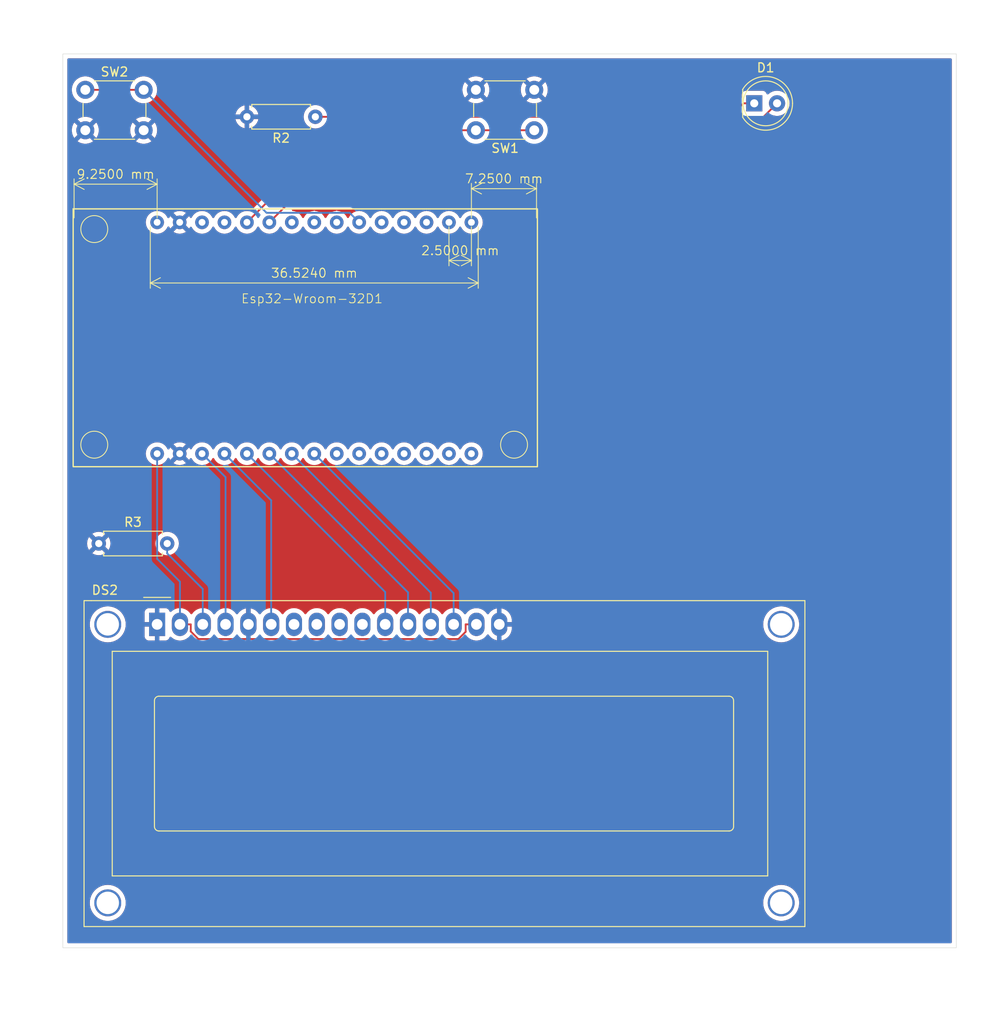
<source format=kicad_pcb>
(kicad_pcb (version 20241229) (generator "pcbnew") (generator_version "9.0")
  (layers (0 "F.Cu" signal) (2 "B.Cu" signal) (13 "F.Paste" user) (15 "B.Paste" user) (5 "F.SilkS" user "F.Silkscreen") (7 "B.SilkS" user "B.Silkscreen") (1 "F.Mask" user) (3 "B.Mask" user) (25 "Edge.Cuts" user))
  (net 0 "")
  (net 1 "Net-(D1-K)")
  (net 2 "Net-(D1-A)")
  (net 3 "Net-(DS2-LED(+))")
  (net 5 "Net-(DS2-D5)")
  (net 6 "Net-(DS2-VO)")
  (net 7 "Net-(DS2-LED(-))")
  (net 8 "Net-(DS2-RS)")
  (net 9 "Net-(DS2-D4)")
  (net 10 "Net-(DS2-D7)")
  (net 11 "Net-(DS2-D6)")
  (net 12 "Net-(DS2-E)")
  (net 23 "Net-(Esp32-Wroom-32D1-D32)")
  (net 34 "Net-(Esp32-Wroom-32D1-D14)")
  (net 36 "Net-(Esp32-Wroom-32D1-GND-Pad1)")
  (footprint "Resistor_THT:R_Axial_DIN0207_L6.3mm_D2.5mm_P7.62mm_Horizontal" (layer "F.Cu") (at 133.5 97.5)
    (property "Reference" "R3" (at 3.81 -2.37 0) (layer "F.SilkS"))
    (property "Value" "R")
    (fp_line (start 0.54 -1.37) (end 7.08 -1.37) (stroke (width 0.12)) (layer "F.SilkS"))
    (fp_line (start 0.54 -1.04) (end 0.54 -1.37) (stroke (width 0.12)) (layer "F.SilkS"))
    (fp_line (start 0.54 1.04) (end 0.54 1.37) (stroke (width 0.12)) (layer "F.SilkS"))
    (fp_line (start 0.54 1.37) (end 7.08 1.37) (stroke (width 0.12)) (layer "F.SilkS"))
    (fp_line (start 7.08 -1.37) (end 7.08 -1.04) (stroke (width 0.12)) (layer "F.SilkS"))
    (fp_line (start 7.08 1.37) (end 7.08 1.04) (stroke (width 0.12)) (layer "F.SilkS"))
    (pad "1" thru_hole circle (at 0 0) (size 1.6 1.6) (drill 0.8) (layers "*.Cu" "*.Mask") (net 7 "Net-(DS2-LED(-))"))
    (pad "2" thru_hole oval (at 7.62 0) (size 1.6 1.6) (drill 0.8) (layers "*.Cu" "*.Mask") (net 6 "Net-(DS2-VO)"))
  )
  (footprint "esp32_footprint:esp32_my_footpring" (layer "F.Cu") (at 157.25 70.75)
    (property "Reference" "Esp32-Wroom-32D1" (at 0 -0.5 0) (layer "F.SilkS") (effects (font (thickness 0.1))))
    (property "Value" "~")
    (fp_rect (start -26.6 -10.5) (end 25.1 18.2) (stroke (width 0.15)) (fill no) (layer "F.SilkS"))
    (fp_circle (center -24.25 -8.25) (end -22.75 -8.25) (stroke (width 0.1)) (fill no) (layer "F.SilkS"))
    (fp_circle (center -24.25 15.75) (end -22.75 15.75) (stroke (width 0.1)) (fill no) (layer "F.SilkS"))
    (fp_circle (center 22.5 15.75) (end 24 15.75) (stroke (width 0.1)) (fill no) (layer "F.SilkS"))
    (dimension (type aligned) (layer "F.SilkS") (pts (xy 175 61.75) (xy 182.25 61.75)) (height -3.75) (format (prefix "") (suffix "") (units 3) (units_format 1) (precision 4)) (style (thickness 0.1) (arrow_length 1.27) (text_position_mode 0) (arrow_direction outward) (extension_height 0.58642) (extension_offset 0.5) (keep_text_aligned yes)) (gr_text "7.2500 mm" (at 178.625 56.9 0) (layer "F.SilkS") (effects (font (size 1 1) (thickness 0.1)))))
    (dimension (type aligned) (layer "F.SilkS") (pts (xy 139.238 61.75) (xy 175.762 61.75)) (height 6.75) (format (prefix "") (suffix "") (units 3) (units_format 1) (precision 4)) (style (thickness 0.1) (arrow_length 1.27) (text_position_mode 0) (arrow_direction outward) (extension_height 0.58642) (extension_offset 0.5) (keep_text_aligned yes)) (gr_text "36.5240 mm" (at 157.5 67.4 0) (layer "F.SilkS") (effects (font (size 1 1) (thickness 0.1)))))
    (dimension (type aligned) (layer "F.SilkS") (pts (xy 172.5 61.75) (xy 175 61.75)) (height 4.25) (format (prefix "") (suffix "") (units 3) (units_format 1) (precision 4)) (style (thickness 0.1) (arrow_length 1.27) (text_position_mode 0) (arrow_direction outward) (extension_height 0.58642) (extension_offset 0.5) (keep_text_aligned yes)) (gr_text "2.5000 mm" (at 173.75 64.9 0) (layer "F.SilkS") (effects (font (size 1 1) (thickness 0.1)))))
    (dimension (type aligned) (layer "F.SilkS") (pts (xy 140 61.75) (xy 130.75 61.75)) (height 4.25) (format (prefix "") (suffix "") (units 3) (units_format 1) (precision 4)) (style (thickness 0.1) (arrow_length 1.27) (text_position_mode 0) (arrow_direction outward) (extension_height 0.58642) (extension_offset 0.5) (keep_text_aligned yes)) (gr_text "9.2500 mm" (at 135.375 56.4 0) (layer "F.SilkS") (effects (font (size 1 1) (thickness 0.1)))))
    (pad "0" thru_hole circle (at -17.25 -9) (size 1.524 1.524) (drill 0.762) (layers "*.Cu" "*.Mask"))
    (pad "1" thru_hole circle (at -14.738 -9) (size 1.524 1.524) (drill 0.762) (layers "*.Cu" "*.Mask") (net 36 "Net-(Esp32-Wroom-32D1-GND-Pad1)"))
    (pad "2" thru_hole circle (at -17.25 16.75) (size 1.524 1.524) (drill 0.762) (layers "*.Cu" "*.Mask") (net 3 "Net-(DS2-LED(+))"))
    (pad "3" thru_hole circle (at 17.75 -9) (size 1.524 1.524) (drill 0.762) (layers "*.Cu" "*.Mask"))
    (pad "4" thru_hole circle (at 15.25 -9) (size 1.524 1.524) (drill 0.762) (layers "*.Cu" "*.Mask"))
    (pad "5" thru_hole circle (at 12.75 -9) (size 1.524 1.524) (drill 0.762) (layers "*.Cu" "*.Mask"))
    (pad "6" thru_hole circle (at 10.25 -9) (size 1.524 1.524) (drill 0.762) (layers "*.Cu" "*.Mask"))
    (pad "7" thru_hole circle (at 7.75 -9) (size 1.524 1.524) (drill 0.762) (layers "*.Cu" "*.Mask"))
    (pad "8" thru_hole circle (at 5.25 -9) (size 1.524 1.524) (drill 0.762) (layers "*.Cu" "*.Mask") (net 23 "Net-(Esp32-Wroom-32D1-D32)"))
    (pad "9" thru_hole circle (at 2.75 -9) (size 1.524 1.524) (drill 0.762) (layers "*.Cu" "*.Mask"))
    (pad "10" thru_hole circle (at 0.25 -9) (size 1.524 1.524) (drill 0.762) (layers "*.Cu" "*.Mask"))
    (pad "11" thru_hole circle (at -2.25 -9) (size 1.524 1.524) (drill 0.762) (layers "*.Cu" "*.Mask"))
    (pad "12" thru_hole circle (at -4.75 -9) (size 1.524 1.524) (drill 0.762) (layers "*.Cu" "*.Mask") (net 2 "Net-(D1-A)"))
    (pad "13" thru_hole circle (at -7.25 -9) (size 1.524 1.524) (drill 0.762) (layers "*.Cu" "*.Mask") (net 34 "Net-(Esp32-Wroom-32D1-D14)"))
    (pad "14" thru_hole circle (at -9.75 -9) (size 1.524 1.524) (drill 0.762) (layers "*.Cu" "*.Mask"))
    (pad "16" thru_hole circle (at -12.25 -9) (size 1.524 1.524) (drill 0.762) (layers "*.Cu" "*.Mask"))
    (pad "23" thru_hole circle (at -12.25 16.75) (size 1.524 1.524) (drill 0.762) (layers "*.Cu" "*.Mask") (net 8 "Net-(DS2-RS)"))
    (pad "24" thru_hole circle (at -9.75 16.75) (size 1.524 1.524) (drill 0.762) (layers "*.Cu" "*.Mask") (net 12 "Net-(DS2-E)"))
    (pad "26" thru_hole circle (at -7.25 16.75) (size 1.524 1.524) (drill 0.762) (layers "*.Cu" "*.Mask") (net 9 "Net-(DS2-D4)"))
    (pad "27" thru_hole circle (at -4.75 16.75) (size 1.524 1.524) (drill 0.762) (layers "*.Cu" "*.Mask") (net 5 "Net-(DS2-D5)"))
    (pad "28" thru_hole circle (at -2.25 16.75) (size 1.524 1.524) (drill 0.762) (layers "*.Cu" "*.Mask") (net 11 "Net-(DS2-D6)"))
    (pad "29" thru_hole circle (at 0.25 16.75) (size 1.524 1.524) (drill 0.762) (layers "*.Cu" "*.Mask") (net 10 "Net-(DS2-D7)"))
    (pad "30" thru_hole circle (at 2.75 16.75) (size 1.524 1.524) (drill 0.762) (layers "*.Cu" "*.Mask"))
    (pad "31" thru_hole circle (at 5.25 16.75) (size 1.524 1.524) (drill 0.762) (layers "*.Cu" "*.Mask"))
    (pad "33" thru_hole circle (at 7.75 16.75) (size 1.524 1.524) (drill 0.762) (layers "*.Cu" "*.Mask"))
    (pad "34" thru_hole circle (at 10.25 16.75) (size 1.524 1.524) (drill 0.762) (layers "*.Cu" "*.Mask"))
    (pad "35" thru_hole circle (at 12.75 16.75) (size 1.524 1.524) (drill 0.762) (layers "*.Cu" "*.Mask"))
    (pad "36" thru_hole circle (at 15.25 16.75) (size 1.524 1.524) (drill 0.762) (layers "*.Cu" "*.Mask"))
    (pad "37" thru_hole circle (at 17.75 16.75) (size 1.524 1.524) (drill 0.762) (layers "*.Cu" "*.Mask"))
    (pad "38" thru_hole circle (at -14.738 16.75) (size 1.524 1.524) (drill 0.762) (layers "*.Cu" "*.Mask") (net 7 "Net-(DS2-LED(-))"))
  )
  (footprint "Resistor_THT:R_Axial_DIN0207_L6.3mm_D2.5mm_P7.62mm_Horizontal" (layer "F.Cu") (at 157.62 50 180)
    (property "Reference" "R2" (at 3.81 -2.37 0) (layer "F.SilkS"))
    (property "Value" "R")
    (fp_line (start 7.08 1.37) (end 7.08 1.04) (stroke (width 0.12)) (layer "F.SilkS"))
    (fp_line (start 7.08 -1.37) (end 7.08 -1.04) (stroke (width 0.12)) (layer "F.SilkS"))
    (fp_line (start 0.54 1.37) (end 7.08 1.37) (stroke (width 0.12)) (layer "F.SilkS"))
    (fp_line (start 0.54 1.04) (end 0.54 1.37) (stroke (width 0.12)) (layer "F.SilkS"))
    (fp_line (start 0.54 -1.04) (end 0.54 -1.37) (stroke (width 0.12)) (layer "F.SilkS"))
    (fp_line (start 0.54 -1.37) (end 7.08 -1.37) (stroke (width 0.12)) (layer "F.SilkS"))
    (pad "1" thru_hole circle (at 0 0 180) (size 1.6 1.6) (drill 0.8) (layers "*.Cu" "*.Mask") (net 1 "Net-(D1-K)"))
    (pad "2" thru_hole oval (at 7.62 0 180) (size 1.6 1.6) (drill 0.8) (layers "*.Cu" "*.Mask") (net 36 "Net-(Esp32-Wroom-32D1-GND-Pad1)"))
  )
  (footprint "Display:WC1602A" (layer "F.Cu") (at 140.0005 106.4993)
    (property "Reference" "DS2" (at -5.82 -3.81 0) (layer "F.SilkS"))
    (property "Value" "WC1602A")
    (fp_line (start -8.14 -2.64) (end -8.14 33.64) (stroke (width 0.12)) (layer "F.SilkS"))
    (fp_line (start -8.14 33.64) (end 72.14 33.64) (stroke (width 0.12)) (layer "F.SilkS"))
    (fp_line (start -8.13 -2.64) (end -7.34 -2.64) (stroke (width 0.12)) (layer "F.SilkS"))
    (fp_line (start -5 3) (end 68 3) (stroke (width 0.12)) (layer "F.SilkS"))
    (fp_line (start -5 28) (end -5 3) (stroke (width 0.12)) (layer "F.SilkS"))
    (fp_line (start -1.5 -3) (end 1.5 -3) (stroke (width 0.12)) (layer "F.SilkS"))
    (fp_line (start -0.29972 22.49932) (end -0.29972 8.5) (stroke (width 0.12)) (layer "F.SilkS"))
    (fp_line (start 0.2 8) (end 63.7 8) (stroke (width 0.12)) (layer "F.SilkS"))
    (fp_line (start 63.70066 23) (end 0.2 23) (stroke (width 0.12)) (layer "F.SilkS"))
    (fp_line (start 64.2 8.5) (end 64.2 22.5) (stroke (width 0.12)) (layer "F.SilkS"))
    (fp_line (start 68 3) (end 68 28) (stroke (width 0.12)) (layer "F.SilkS"))
    (fp_line (start 68 28) (end -5 28) (stroke (width 0.12)) (layer "F.SilkS"))
    (fp_line (start 72.14 -2.64) (end -7.34 -2.64) (stroke (width 0.12)) (layer "F.SilkS"))
    (fp_line (start 72.14 33.64) (end 72.14 -2.64) (stroke (width 0.12)) (layer "F.SilkS"))
    (fp_arc (start -0.29972 8.49884) (mid -0.153162 8.145018) (end 0.20066 7.99846) (stroke (width 0.12)) (layer "F.SilkS"))
    (fp_arc (start 0.20066 22.9997) (mid -0.153162 22.853142) (end -0.29972 22.49932) (stroke (width 0.12)) (layer "F.SilkS"))
    (fp_arc (start 63.7 8) (mid 64.053553 8.146447) (end 64.2 8.5) (stroke (width 0.12)) (layer "F.SilkS"))
    (fp_arc (start 64.20104 22.49932) (mid 64.054473 22.853115) (end 63.70066 22.9997) (stroke (width 0.12)) (layer "F.SilkS"))
    (pad "" thru_hole circle (at -5.4991 0) (size 3 3) (drill 2.5) (layers "*.Cu" "*.Mask"))
    (pad "" thru_hole circle (at -5.4991 31.0007) (size 3 3) (drill 2.5) (layers "*.Cu" "*.Mask"))
    (pad "" thru_hole circle (at 69.49948 31.0007) (size 3 3) (drill 2.5) (layers "*.Cu" "*.Mask"))
    (pad "" thru_hole circle (at 69.5 0) (size 3 3) (drill 2.5) (layers "*.Cu" "*.Mask"))
    (pad "1" thru_hole rect (at 0 0) (size 1.8 2.6) (drill 1.2) (layers "*.Cu" "*.Mask") (net 7 "Net-(DS2-LED(-))"))
    (pad "2" thru_hole oval (at 2.54 0) (size 1.8 2.6) (drill 1.2) (layers "*.Cu" "*.Mask") (net 3 "Net-(DS2-LED(+))"))
    (pad "3" thru_hole oval (at 5.08 0) (size 1.8 2.6) (drill 1.2) (layers "*.Cu" "*.Mask") (net 6 "Net-(DS2-VO)"))
    (pad "4" thru_hole oval (at 7.62 0) (size 1.8 2.6) (drill 1.2) (layers "*.Cu" "*.Mask") (net 8 "Net-(DS2-RS)"))
    (pad "5" thru_hole oval (at 10.16 0) (size 1.8 2.6) (drill 1.2) (layers "*.Cu" "*.Mask") (net 7 "Net-(DS2-LED(-))"))
    (pad "6" thru_hole oval (at 12.7 0) (size 1.8 2.6) (drill 1.2) (layers "*.Cu" "*.Mask") (net 12 "Net-(DS2-E)"))
    (pad "7" thru_hole oval (at 15.24 0) (size 1.8 2.6) (drill 1.2) (layers "*.Cu" "*.Mask"))
    (pad "8" thru_hole oval (at 17.78 0) (size 1.8 2.6) (drill 1.2) (layers "*.Cu" "*.Mask"))
    (pad "9" thru_hole oval (at 20.32 0) (size 1.8 2.6) (drill 1.2) (layers "*.Cu" "*.Mask"))
    (pad "10" thru_hole oval (at 22.86 0) (size 1.8 2.6) (drill 1.2) (layers "*.Cu" "*.Mask"))
    (pad "11" thru_hole oval (at 25.4 0) (size 1.8 2.6) (drill 1.2) (layers "*.Cu" "*.Mask") (net 9 "Net-(DS2-D4)"))
    (pad "12" thru_hole oval (at 27.94 0) (size 1.8 2.6) (drill 1.2) (layers "*.Cu" "*.Mask") (net 5 "Net-(DS2-D5)"))
    (pad "13" thru_hole oval (at 30.48 0) (size 1.8 2.6) (drill 1.2) (layers "*.Cu" "*.Mask") (net 11 "Net-(DS2-D6)"))
    (pad "14" thru_hole oval (at 33.02 0) (size 1.8 2.6) (drill 1.2) (layers "*.Cu" "*.Mask") (net 10 "Net-(DS2-D7)"))
    (pad "15" thru_hole oval (at 35.56 0) (size 1.8 2.6) (drill 1.2) (layers "*.Cu" "*.Mask") (net 3 "Net-(DS2-LED(+))"))
    (pad "16" thru_hole oval (at 38.1 0) (size 1.8 2.6) (drill 1.2) (layers "*.Cu" "*.Mask") (net 7 "Net-(DS2-LED(-))"))
  )
  (footprint "Button_Switch_THT:SW_PUSH_6mm_H5mm" (layer "F.Cu") (at 132 47)
    (property "Reference" "SW2" (at 3.25 -2 0) (layer "F.SilkS"))
    (property "Value" "SW_Push")
    (fp_line (start -0.25 1.5) (end -0.25 3) (stroke (width 0.12)) (layer "F.SilkS"))
    (fp_line (start 1 5.5) (end 5.5 5.5) (stroke (width 0.12)) (layer "F.SilkS"))
    (fp_line (start 5.5 -1) (end 1 -1) (stroke (width 0.12)) (layer "F.SilkS"))
    (fp_line (start 6.75 3) (end 6.75 1.5) (stroke (width 0.12)) (layer "F.SilkS"))
    (pad "1" thru_hole circle (at 0 0 90) (size 2 2) (drill 1.1) (layers "*.Cu" "*.Mask") (net 23 "Net-(Esp32-Wroom-32D1-D32)"))
    (pad "1" thru_hole circle (at 6.5 0 90) (size 2 2) (drill 1.1) (layers "*.Cu" "*.Mask") (net 23 "Net-(Esp32-Wroom-32D1-D32)"))
    (pad "2" thru_hole circle (at 0 4.5 90) (size 2 2) (drill 1.1) (layers "*.Cu" "*.Mask") (net 36 "Net-(Esp32-Wroom-32D1-GND-Pad1)"))
    (pad "2" thru_hole circle (at 6.5 4.5 90) (size 2 2) (drill 1.1) (layers "*.Cu" "*.Mask") (net 36 "Net-(Esp32-Wroom-32D1-GND-Pad1)"))
  )
  (footprint "LED_THT:LED_D5.0mm" (layer "F.Cu") (at 206.5 48.5)
    (property "Reference" "D1" (at 1.27 -3.96 0) (layer "F.SilkS"))
    (property "Value" "LED")
    (fp_line (start -1.29 -1.545) (end -1.29 1.545) (stroke (width 0.12)) (layer "F.SilkS"))
    (fp_arc (start -1.29 -1.54483) (mid 2.072002 -2.880433) (end 4.26 0.000462) (stroke (width 0.12)) (layer "F.SilkS"))
    (fp_arc (start 4.26 -0.000462) (mid 2.072002 2.880433) (end -1.29 1.54483) (stroke (width 0.12)) (layer "F.SilkS"))
    (fp_circle (center 1.27 0) (end 3.77 0) (stroke (width 0.12)) (fill no) (layer "F.SilkS"))
    (pad "1" thru_hole rect (at 0 0) (size 1.8 1.8) (drill 0.9) (layers "*.Cu" "*.Mask") (net 1 "Net-(D1-K)"))
    (pad "2" thru_hole circle (at 2.54 0) (size 1.8 1.8) (drill 0.9) (layers "*.Cu" "*.Mask") (net 2 "Net-(D1-A)"))
  )
  (footprint "Button_Switch_THT:SW_PUSH_6mm_H5mm" (layer "F.Cu") (at 182 51.5 180)
    (property "Reference" "SW1" (at 3.25 -2 0) (layer "F.SilkS"))
    (property "Value" "SW_Push")
    (fp_line (start 6.75 3) (end 6.75 1.5) (stroke (width 0.12)) (layer "F.SilkS"))
    (fp_line (start 5.5 -1) (end 1 -1) (stroke (width 0.12)) (layer "F.SilkS"))
    (fp_line (start 1 5.5) (end 5.5 5.5) (stroke (width 0.12)) (layer "F.SilkS"))
    (fp_line (start -0.25 1.5) (end -0.25 3) (stroke (width 0.12)) (layer "F.SilkS"))
    (pad "1" thru_hole circle (at 0 0 270) (size 2 2) (drill 1.1) (layers "*.Cu" "*.Mask") (net 34 "Net-(Esp32-Wroom-32D1-D14)"))
    (pad "1" thru_hole circle (at 6.5 0 270) (size 2 2) (drill 1.1) (layers "*.Cu" "*.Mask") (net 34 "Net-(Esp32-Wroom-32D1-D14)"))
    (pad "2" thru_hole circle (at 0 4.5 270) (size 2 2) (drill 1.1) (layers "*.Cu" "*.Mask") (net 36 "Net-(Esp32-Wroom-32D1-GND-Pad1)"))
    (pad "2" thru_hole circle (at 6.5 4.5 270) (size 2 2) (drill 1.1) (layers "*.Cu" "*.Mask") (net 36 "Net-(Esp32-Wroom-32D1-GND-Pad1)"))
  )
  (gr_rect (start 129.5 43) (end 229 142.5) (stroke (width 0.05)) (fill no) (layer "Edge.Cuts"))
  (gr_text "Kodzen\nFeeder" (at 193.5 85.5 0) (layer "F.Cu") (effects (font (size 5 5) (thickness 0.3) (bold yes)) (justify left bottom)))
  (segment (start 203.7983 50) (end 157.62 50) (width 0.2) (layer "F.Cu") (net 1))
  (segment (start 206.5 48.5) (end 205.2983 48.5) (width 0.2) (layer "F.Cu") (net 1))
  (segment (start 205.2983 48.5) (end 203.7983 50) (width 0.2) (layer "F.Cu") (net 1))
  (segment (start 209.04 48.5) (end 197.8961 59.6439) (width 0.2) (layer "F.Cu") (net 2))
  (segment (start 154.6061 59.6439) (end 152.5 61.75) (width 0.2) (layer "F.Cu") (net 2))
  (segment (start 197.8961 59.6439) (end 154.6061 59.6439) (width 0.2) (layer "F.Cu") (net 2))
  (segment (start 142.5405 106.4993) (end 143.7422 106.4993) (width 0.2) (layer "F.Cu") (net 3))
  (segment (start 174.3588 106.4993) (end 174.3588 107.3255) (width 0.2) (layer "F.Cu") (net 3))
  (segment (start 173.5529 108.1314) (end 144.5885 108.1314) (width 0.2) (layer "F.Cu") (net 3))
  (segment (start 175.5605 106.4993) (end 174.3588 106.4993) (width 0.2) (layer "F.Cu") (net 3))
  (segment (start 144.5885 108.1314) (end 143.7422 107.2851) (width 0.2) (layer "F.Cu") (net 3))
  (segment (start 174.3588 107.3255) (end 173.5529 108.1314) (width 0.2) (layer "F.Cu") (net 3))
  (segment (start 143.7422 107.2851) (end 143.7422 106.4993) (width 0.2) (layer "F.Cu") (net 3))
  (segment (start 142.5405 101.7476) (end 140 99.2071) (width 0.2) (layer "B.Cu") (net 3))
  (segment (start 140 99.2071) (end 140 87.5) (width 0.2) (layer "B.Cu") (net 3))
  (segment (start 142.5405 106.4993) (end 142.5405 101.7476) (width 0.2) (layer "B.Cu") (net 3))
  (segment (start 167.9405 106.4993) (end 167.9405 102.9405) (width 0.2) (layer "B.Cu") (net 5))
  (segment (start 167.9405 102.9405) (end 152.5 87.5) (width 0.2) (layer "B.Cu") (net 5))
  (segment (start 141.12 97.5) (end 141.12 98.6017) (width 0.2) (layer "B.Cu") (net 6))
  (segment (start 145.0805 106.4993) (end 145.0805 102.5622) (width 0.2) (layer "B.Cu") (net 6))
  (segment (start 145.0805 102.5622) (end 141.12 98.6017) (width 0.2) (layer "B.Cu") (net 6))
  (segment (start 147.6205 90.1205) (end 147.6205 106.4993) (width 0.2) (layer "B.Cu") (net 8))
  (segment (start 145 87.5) (end 147.6205 90.1205) (width 0.2) (layer "B.Cu") (net 8))
  (segment (start 165.4005 106.4993) (end 165.4005 102.9005) (width 0.2) (layer "B.Cu") (net 9))
  (segment (start 165.4005 102.9005) (end 150 87.5) (width 0.2) (layer "B.Cu") (net 9))
  (segment (start 173.0205 103.0205) (end 157.5 87.5) (width 0.2) (layer "B.Cu") (net 10))
  (segment (start 173.0205 106.4993) (end 173.0205 103.0205) (width 0.2) (layer "B.Cu") (net 10))
  (segment (start 170.4805 106.4993) (end 170.4805 102.9805) (width 0.2) (layer "B.Cu") (net 11))
  (segment (start 170.4805 102.9805) (end 155 87.5) (width 0.2) (layer "B.Cu") (net 11))
  (segment (start 152.7005 106.4993) (end 152.7005 92.7005) (width 0.2) (layer "B.Cu") (net 12))
  (segment (start 152.7005 92.7005) (end 147.5 87.5) (width 0.2) (layer "B.Cu") (net 12))
  (segment (start 138.5 47) (end 132 47) (width 0.2) (layer "F.Cu") (net 23))
  (segment (start 161.4363 60.6863) (end 152.1863 60.6863) (width 0.2) (layer "B.Cu") (net 23))
  (segment (start 152.1863 60.6863) (end 138.5 47) (width 0.2) (layer "B.Cu") (net 23))
  (segment (start 162.5 61.75) (end 161.4363 60.6863) (width 0.2) (layer "B.Cu") (net 23))
  (segment (start 182 51.5) (end 175.5 51.5) (width 0.2) (layer "F.Cu") (net 34))
  (segment (start 160.25 51.5) (end 150 61.75) (width 0.2) (layer "F.Cu") (net 34))
  (segment (start 175.5 51.5) (end 160.25 51.5) (width 0.2) (layer "F.Cu") (net 34))
  (zone (net 36) (net_name "Net-(Esp32-Wroom-32D1-GND-Pad1)") (layers "F.Cu" "B.Cu") (connect_pads (clearance 0.5)) (min_thickness 0.25) (fill yes (thermal_gap 0.5) (thermal_bridge_width 0.5))
    (polygon (pts (xy 125.5 37) (xy 234 37.5) (xy 234 151) (xy 122.5 149.5) (xy 123 37)))
  )
)
</source>
